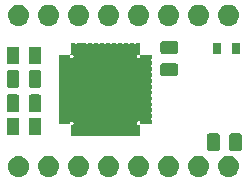
<source format=gbr>
G04 #@! TF.GenerationSoftware,KiCad,Pcbnew,(5.1.4-0-10_14)*
G04 #@! TF.CreationDate,2020-03-29T23:46:54+03:00*
G04 #@! TF.ProjectId,esp32-pico-d4-module,65737033-322d-4706-9963-6f2d64342d6d,rev?*
G04 #@! TF.SameCoordinates,Original*
G04 #@! TF.FileFunction,Soldermask,Top*
G04 #@! TF.FilePolarity,Negative*
%FSLAX46Y46*%
G04 Gerber Fmt 4.6, Leading zero omitted, Abs format (unit mm)*
G04 Created by KiCad (PCBNEW (5.1.4-0-10_14)) date 2020-03-29 23:46:54*
%MOMM*%
%LPD*%
G04 APERTURE LIST*
%ADD10C,0.100000*%
G04 APERTURE END LIST*
D10*
G36*
X109900443Y-113705519D02*
G01*
X109966627Y-113712037D01*
X110136466Y-113763557D01*
X110292991Y-113847222D01*
X110328729Y-113876552D01*
X110430186Y-113959814D01*
X110513448Y-114061271D01*
X110542778Y-114097009D01*
X110626443Y-114253534D01*
X110677963Y-114423373D01*
X110695359Y-114600000D01*
X110677963Y-114776627D01*
X110626443Y-114946466D01*
X110542778Y-115102991D01*
X110513448Y-115138729D01*
X110430186Y-115240186D01*
X110328729Y-115323448D01*
X110292991Y-115352778D01*
X110136466Y-115436443D01*
X109966627Y-115487963D01*
X109900443Y-115494481D01*
X109834260Y-115501000D01*
X109745740Y-115501000D01*
X109679557Y-115494481D01*
X109613373Y-115487963D01*
X109443534Y-115436443D01*
X109287009Y-115352778D01*
X109251271Y-115323448D01*
X109149814Y-115240186D01*
X109066552Y-115138729D01*
X109037222Y-115102991D01*
X108953557Y-114946466D01*
X108902037Y-114776627D01*
X108884641Y-114600000D01*
X108902037Y-114423373D01*
X108953557Y-114253534D01*
X109037222Y-114097009D01*
X109066552Y-114061271D01*
X109149814Y-113959814D01*
X109251271Y-113876552D01*
X109287009Y-113847222D01*
X109443534Y-113763557D01*
X109613373Y-113712037D01*
X109679557Y-113705519D01*
X109745740Y-113699000D01*
X109834260Y-113699000D01*
X109900443Y-113705519D01*
X109900443Y-113705519D01*
G37*
G36*
X125125025Y-113699000D02*
G01*
X125206627Y-113707037D01*
X125376466Y-113758557D01*
X125532991Y-113842222D01*
X125539082Y-113847221D01*
X125670186Y-113954814D01*
X125753448Y-114056271D01*
X125782778Y-114092009D01*
X125866443Y-114248534D01*
X125917963Y-114418373D01*
X125935359Y-114595000D01*
X125917963Y-114771627D01*
X125866443Y-114941466D01*
X125782778Y-115097991D01*
X125753448Y-115133729D01*
X125670186Y-115235186D01*
X125568729Y-115318448D01*
X125532991Y-115347778D01*
X125376466Y-115431443D01*
X125206627Y-115482963D01*
X125155860Y-115487963D01*
X125074260Y-115496000D01*
X124985740Y-115496000D01*
X124904140Y-115487963D01*
X124853373Y-115482963D01*
X124683534Y-115431443D01*
X124527009Y-115347778D01*
X124491271Y-115318448D01*
X124389814Y-115235186D01*
X124306552Y-115133729D01*
X124277222Y-115097991D01*
X124193557Y-114941466D01*
X124142037Y-114771627D01*
X124124641Y-114595000D01*
X124142037Y-114418373D01*
X124193557Y-114248534D01*
X124277222Y-114092009D01*
X124306552Y-114056271D01*
X124389814Y-113954814D01*
X124520918Y-113847221D01*
X124527009Y-113842222D01*
X124683534Y-113758557D01*
X124853373Y-113707037D01*
X124934975Y-113699000D01*
X124985740Y-113694000D01*
X125074260Y-113694000D01*
X125125025Y-113699000D01*
X125125025Y-113699000D01*
G37*
G36*
X122585025Y-113699000D02*
G01*
X122666627Y-113707037D01*
X122836466Y-113758557D01*
X122992991Y-113842222D01*
X122999082Y-113847221D01*
X123130186Y-113954814D01*
X123213448Y-114056271D01*
X123242778Y-114092009D01*
X123326443Y-114248534D01*
X123377963Y-114418373D01*
X123395359Y-114595000D01*
X123377963Y-114771627D01*
X123326443Y-114941466D01*
X123242778Y-115097991D01*
X123213448Y-115133729D01*
X123130186Y-115235186D01*
X123028729Y-115318448D01*
X122992991Y-115347778D01*
X122836466Y-115431443D01*
X122666627Y-115482963D01*
X122615860Y-115487963D01*
X122534260Y-115496000D01*
X122445740Y-115496000D01*
X122364140Y-115487963D01*
X122313373Y-115482963D01*
X122143534Y-115431443D01*
X121987009Y-115347778D01*
X121951271Y-115318448D01*
X121849814Y-115235186D01*
X121766552Y-115133729D01*
X121737222Y-115097991D01*
X121653557Y-114941466D01*
X121602037Y-114771627D01*
X121584641Y-114595000D01*
X121602037Y-114418373D01*
X121653557Y-114248534D01*
X121737222Y-114092009D01*
X121766552Y-114056271D01*
X121849814Y-113954814D01*
X121980918Y-113847221D01*
X121987009Y-113842222D01*
X122143534Y-113758557D01*
X122313373Y-113707037D01*
X122394975Y-113699000D01*
X122445740Y-113694000D01*
X122534260Y-113694000D01*
X122585025Y-113699000D01*
X122585025Y-113699000D01*
G37*
G36*
X120045025Y-113699000D02*
G01*
X120126627Y-113707037D01*
X120296466Y-113758557D01*
X120452991Y-113842222D01*
X120459082Y-113847221D01*
X120590186Y-113954814D01*
X120673448Y-114056271D01*
X120702778Y-114092009D01*
X120786443Y-114248534D01*
X120837963Y-114418373D01*
X120855359Y-114595000D01*
X120837963Y-114771627D01*
X120786443Y-114941466D01*
X120702778Y-115097991D01*
X120673448Y-115133729D01*
X120590186Y-115235186D01*
X120488729Y-115318448D01*
X120452991Y-115347778D01*
X120296466Y-115431443D01*
X120126627Y-115482963D01*
X120075860Y-115487963D01*
X119994260Y-115496000D01*
X119905740Y-115496000D01*
X119824140Y-115487963D01*
X119773373Y-115482963D01*
X119603534Y-115431443D01*
X119447009Y-115347778D01*
X119411271Y-115318448D01*
X119309814Y-115235186D01*
X119226552Y-115133729D01*
X119197222Y-115097991D01*
X119113557Y-114941466D01*
X119062037Y-114771627D01*
X119044641Y-114595000D01*
X119062037Y-114418373D01*
X119113557Y-114248534D01*
X119197222Y-114092009D01*
X119226552Y-114056271D01*
X119309814Y-113954814D01*
X119440918Y-113847221D01*
X119447009Y-113842222D01*
X119603534Y-113758557D01*
X119773373Y-113707037D01*
X119854975Y-113699000D01*
X119905740Y-113694000D01*
X119994260Y-113694000D01*
X120045025Y-113699000D01*
X120045025Y-113699000D01*
G37*
G36*
X117505025Y-113699000D02*
G01*
X117586627Y-113707037D01*
X117756466Y-113758557D01*
X117912991Y-113842222D01*
X117919082Y-113847221D01*
X118050186Y-113954814D01*
X118133448Y-114056271D01*
X118162778Y-114092009D01*
X118246443Y-114248534D01*
X118297963Y-114418373D01*
X118315359Y-114595000D01*
X118297963Y-114771627D01*
X118246443Y-114941466D01*
X118162778Y-115097991D01*
X118133448Y-115133729D01*
X118050186Y-115235186D01*
X117948729Y-115318448D01*
X117912991Y-115347778D01*
X117756466Y-115431443D01*
X117586627Y-115482963D01*
X117535860Y-115487963D01*
X117454260Y-115496000D01*
X117365740Y-115496000D01*
X117284140Y-115487963D01*
X117233373Y-115482963D01*
X117063534Y-115431443D01*
X116907009Y-115347778D01*
X116871271Y-115318448D01*
X116769814Y-115235186D01*
X116686552Y-115133729D01*
X116657222Y-115097991D01*
X116573557Y-114941466D01*
X116522037Y-114771627D01*
X116504641Y-114595000D01*
X116522037Y-114418373D01*
X116573557Y-114248534D01*
X116657222Y-114092009D01*
X116686552Y-114056271D01*
X116769814Y-113954814D01*
X116900918Y-113847221D01*
X116907009Y-113842222D01*
X117063534Y-113758557D01*
X117233373Y-113707037D01*
X117314975Y-113699000D01*
X117365740Y-113694000D01*
X117454260Y-113694000D01*
X117505025Y-113699000D01*
X117505025Y-113699000D01*
G37*
G36*
X114965025Y-113699000D02*
G01*
X115046627Y-113707037D01*
X115216466Y-113758557D01*
X115372991Y-113842222D01*
X115379082Y-113847221D01*
X115510186Y-113954814D01*
X115593448Y-114056271D01*
X115622778Y-114092009D01*
X115706443Y-114248534D01*
X115757963Y-114418373D01*
X115775359Y-114595000D01*
X115757963Y-114771627D01*
X115706443Y-114941466D01*
X115622778Y-115097991D01*
X115593448Y-115133729D01*
X115510186Y-115235186D01*
X115408729Y-115318448D01*
X115372991Y-115347778D01*
X115216466Y-115431443D01*
X115046627Y-115482963D01*
X114995860Y-115487963D01*
X114914260Y-115496000D01*
X114825740Y-115496000D01*
X114744140Y-115487963D01*
X114693373Y-115482963D01*
X114523534Y-115431443D01*
X114367009Y-115347778D01*
X114331271Y-115318448D01*
X114229814Y-115235186D01*
X114146552Y-115133729D01*
X114117222Y-115097991D01*
X114033557Y-114941466D01*
X113982037Y-114771627D01*
X113964641Y-114595000D01*
X113982037Y-114418373D01*
X114033557Y-114248534D01*
X114117222Y-114092009D01*
X114146552Y-114056271D01*
X114229814Y-113954814D01*
X114360918Y-113847221D01*
X114367009Y-113842222D01*
X114523534Y-113758557D01*
X114693373Y-113707037D01*
X114774975Y-113699000D01*
X114825740Y-113694000D01*
X114914260Y-113694000D01*
X114965025Y-113699000D01*
X114965025Y-113699000D01*
G37*
G36*
X112425025Y-113699000D02*
G01*
X112506627Y-113707037D01*
X112676466Y-113758557D01*
X112832991Y-113842222D01*
X112839082Y-113847221D01*
X112970186Y-113954814D01*
X113053448Y-114056271D01*
X113082778Y-114092009D01*
X113166443Y-114248534D01*
X113217963Y-114418373D01*
X113235359Y-114595000D01*
X113217963Y-114771627D01*
X113166443Y-114941466D01*
X113082778Y-115097991D01*
X113053448Y-115133729D01*
X112970186Y-115235186D01*
X112868729Y-115318448D01*
X112832991Y-115347778D01*
X112676466Y-115431443D01*
X112506627Y-115482963D01*
X112455860Y-115487963D01*
X112374260Y-115496000D01*
X112285740Y-115496000D01*
X112204140Y-115487963D01*
X112153373Y-115482963D01*
X111983534Y-115431443D01*
X111827009Y-115347778D01*
X111791271Y-115318448D01*
X111689814Y-115235186D01*
X111606552Y-115133729D01*
X111577222Y-115097991D01*
X111493557Y-114941466D01*
X111442037Y-114771627D01*
X111424641Y-114595000D01*
X111442037Y-114418373D01*
X111493557Y-114248534D01*
X111577222Y-114092009D01*
X111606552Y-114056271D01*
X111689814Y-113954814D01*
X111820918Y-113847221D01*
X111827009Y-113842222D01*
X111983534Y-113758557D01*
X112153373Y-113707037D01*
X112234975Y-113699000D01*
X112285740Y-113694000D01*
X112374260Y-113694000D01*
X112425025Y-113699000D01*
X112425025Y-113699000D01*
G37*
G36*
X127665025Y-113699000D02*
G01*
X127746627Y-113707037D01*
X127916466Y-113758557D01*
X128072991Y-113842222D01*
X128079082Y-113847221D01*
X128210186Y-113954814D01*
X128293448Y-114056271D01*
X128322778Y-114092009D01*
X128406443Y-114248534D01*
X128457963Y-114418373D01*
X128475359Y-114595000D01*
X128457963Y-114771627D01*
X128406443Y-114941466D01*
X128322778Y-115097991D01*
X128293448Y-115133729D01*
X128210186Y-115235186D01*
X128108729Y-115318448D01*
X128072991Y-115347778D01*
X127916466Y-115431443D01*
X127746627Y-115482963D01*
X127695860Y-115487963D01*
X127614260Y-115496000D01*
X127525740Y-115496000D01*
X127444140Y-115487963D01*
X127393373Y-115482963D01*
X127223534Y-115431443D01*
X127067009Y-115347778D01*
X127031271Y-115318448D01*
X126929814Y-115235186D01*
X126846552Y-115133729D01*
X126817222Y-115097991D01*
X126733557Y-114941466D01*
X126682037Y-114771627D01*
X126664641Y-114595000D01*
X126682037Y-114418373D01*
X126733557Y-114248534D01*
X126817222Y-114092009D01*
X126846552Y-114056271D01*
X126929814Y-113954814D01*
X127060918Y-113847221D01*
X127067009Y-113842222D01*
X127223534Y-113758557D01*
X127393373Y-113707037D01*
X127474975Y-113699000D01*
X127525740Y-113694000D01*
X127614260Y-113694000D01*
X127665025Y-113699000D01*
X127665025Y-113699000D01*
G37*
G36*
X128534468Y-111803565D02*
G01*
X128573138Y-111815296D01*
X128608777Y-111834346D01*
X128640017Y-111859983D01*
X128665654Y-111891223D01*
X128684704Y-111926862D01*
X128696435Y-111965532D01*
X128701000Y-112011888D01*
X128701000Y-113088112D01*
X128696435Y-113134468D01*
X128684704Y-113173138D01*
X128665654Y-113208777D01*
X128640017Y-113240017D01*
X128608777Y-113265654D01*
X128573138Y-113284704D01*
X128534468Y-113296435D01*
X128488112Y-113301000D01*
X127836888Y-113301000D01*
X127790532Y-113296435D01*
X127751862Y-113284704D01*
X127716223Y-113265654D01*
X127684983Y-113240017D01*
X127659346Y-113208777D01*
X127640296Y-113173138D01*
X127628565Y-113134468D01*
X127624000Y-113088112D01*
X127624000Y-112011888D01*
X127628565Y-111965532D01*
X127640296Y-111926862D01*
X127659346Y-111891223D01*
X127684983Y-111859983D01*
X127716223Y-111834346D01*
X127751862Y-111815296D01*
X127790532Y-111803565D01*
X127836888Y-111799000D01*
X128488112Y-111799000D01*
X128534468Y-111803565D01*
X128534468Y-111803565D01*
G37*
G36*
X126659468Y-111803565D02*
G01*
X126698138Y-111815296D01*
X126733777Y-111834346D01*
X126765017Y-111859983D01*
X126790654Y-111891223D01*
X126809704Y-111926862D01*
X126821435Y-111965532D01*
X126826000Y-112011888D01*
X126826000Y-113088112D01*
X126821435Y-113134468D01*
X126809704Y-113173138D01*
X126790654Y-113208777D01*
X126765017Y-113240017D01*
X126733777Y-113265654D01*
X126698138Y-113284704D01*
X126659468Y-113296435D01*
X126613112Y-113301000D01*
X125961888Y-113301000D01*
X125915532Y-113296435D01*
X125876862Y-113284704D01*
X125841223Y-113265654D01*
X125809983Y-113240017D01*
X125784346Y-113208777D01*
X125765296Y-113173138D01*
X125753565Y-113134468D01*
X125749000Y-113088112D01*
X125749000Y-112011888D01*
X125753565Y-111965532D01*
X125765296Y-111926862D01*
X125784346Y-111891223D01*
X125809983Y-111859983D01*
X125841223Y-111834346D01*
X125876862Y-111815296D01*
X125915532Y-111803565D01*
X125961888Y-111799000D01*
X126613112Y-111799000D01*
X126659468Y-111803565D01*
X126659468Y-111803565D01*
G37*
G36*
X114530355Y-104175083D02*
G01*
X114535029Y-104176501D01*
X114539330Y-104178800D01*
X114545702Y-104184029D01*
X114566076Y-104197643D01*
X114588715Y-104207020D01*
X114612749Y-104211800D01*
X114637253Y-104211800D01*
X114661286Y-104207019D01*
X114683925Y-104197642D01*
X114704298Y-104184029D01*
X114710670Y-104178800D01*
X114714971Y-104176501D01*
X114719645Y-104175083D01*
X114730641Y-104174000D01*
X115019359Y-104174000D01*
X115030355Y-104175083D01*
X115035029Y-104176501D01*
X115039330Y-104178800D01*
X115045702Y-104184029D01*
X115066076Y-104197643D01*
X115088715Y-104207020D01*
X115112749Y-104211800D01*
X115137253Y-104211800D01*
X115161286Y-104207019D01*
X115183925Y-104197642D01*
X115204298Y-104184029D01*
X115210670Y-104178800D01*
X115214971Y-104176501D01*
X115219645Y-104175083D01*
X115230641Y-104174000D01*
X115519359Y-104174000D01*
X115530355Y-104175083D01*
X115535029Y-104176501D01*
X115539330Y-104178800D01*
X115545702Y-104184029D01*
X115566076Y-104197643D01*
X115588715Y-104207020D01*
X115612749Y-104211800D01*
X115637253Y-104211800D01*
X115661286Y-104207019D01*
X115683925Y-104197642D01*
X115704298Y-104184029D01*
X115710670Y-104178800D01*
X115714971Y-104176501D01*
X115719645Y-104175083D01*
X115730641Y-104174000D01*
X116019359Y-104174000D01*
X116030355Y-104175083D01*
X116035029Y-104176501D01*
X116039330Y-104178800D01*
X116045702Y-104184029D01*
X116066076Y-104197643D01*
X116088715Y-104207020D01*
X116112749Y-104211800D01*
X116137253Y-104211800D01*
X116161286Y-104207019D01*
X116183925Y-104197642D01*
X116204298Y-104184029D01*
X116210670Y-104178800D01*
X116214971Y-104176501D01*
X116219645Y-104175083D01*
X116230641Y-104174000D01*
X116519359Y-104174000D01*
X116530355Y-104175083D01*
X116535029Y-104176501D01*
X116539330Y-104178800D01*
X116545702Y-104184029D01*
X116566076Y-104197643D01*
X116588715Y-104207020D01*
X116612749Y-104211800D01*
X116637253Y-104211800D01*
X116661286Y-104207019D01*
X116683925Y-104197642D01*
X116704298Y-104184029D01*
X116710670Y-104178800D01*
X116714971Y-104176501D01*
X116719645Y-104175083D01*
X116730641Y-104174000D01*
X117019359Y-104174000D01*
X117030355Y-104175083D01*
X117035029Y-104176501D01*
X117039330Y-104178800D01*
X117045702Y-104184029D01*
X117066076Y-104197643D01*
X117088715Y-104207020D01*
X117112749Y-104211800D01*
X117137253Y-104211800D01*
X117161286Y-104207019D01*
X117183925Y-104197642D01*
X117204298Y-104184029D01*
X117210670Y-104178800D01*
X117214971Y-104176501D01*
X117219645Y-104175083D01*
X117230641Y-104174000D01*
X117519359Y-104174000D01*
X117530355Y-104175083D01*
X117535029Y-104176501D01*
X117539330Y-104178800D01*
X117545702Y-104184029D01*
X117566076Y-104197643D01*
X117588715Y-104207020D01*
X117612749Y-104211800D01*
X117637253Y-104211800D01*
X117661286Y-104207019D01*
X117683925Y-104197642D01*
X117704298Y-104184029D01*
X117710670Y-104178800D01*
X117714971Y-104176501D01*
X117719645Y-104175083D01*
X117730641Y-104174000D01*
X118019359Y-104174000D01*
X118030355Y-104175083D01*
X118035029Y-104176501D01*
X118039330Y-104178800D01*
X118045702Y-104184029D01*
X118066076Y-104197643D01*
X118088715Y-104207020D01*
X118112749Y-104211800D01*
X118137253Y-104211800D01*
X118161286Y-104207019D01*
X118183925Y-104197642D01*
X118204298Y-104184029D01*
X118210670Y-104178800D01*
X118214971Y-104176501D01*
X118219645Y-104175083D01*
X118230641Y-104174000D01*
X118519359Y-104174000D01*
X118530355Y-104175083D01*
X118535029Y-104176501D01*
X118539330Y-104178800D01*
X118545702Y-104184029D01*
X118566076Y-104197643D01*
X118588715Y-104207020D01*
X118612749Y-104211800D01*
X118637253Y-104211800D01*
X118661286Y-104207019D01*
X118683925Y-104197642D01*
X118704298Y-104184029D01*
X118710670Y-104178800D01*
X118714971Y-104176501D01*
X118719645Y-104175083D01*
X118730641Y-104174000D01*
X119019359Y-104174000D01*
X119030355Y-104175083D01*
X119035029Y-104176501D01*
X119039330Y-104178800D01*
X119045702Y-104184029D01*
X119066076Y-104197643D01*
X119088715Y-104207020D01*
X119112749Y-104211800D01*
X119137253Y-104211800D01*
X119161286Y-104207019D01*
X119183925Y-104197642D01*
X119204298Y-104184029D01*
X119210670Y-104178800D01*
X119214971Y-104176501D01*
X119219645Y-104175083D01*
X119230641Y-104174000D01*
X119519359Y-104174000D01*
X119530355Y-104175083D01*
X119535029Y-104176501D01*
X119539330Y-104178800D01*
X119545702Y-104184029D01*
X119566076Y-104197643D01*
X119588715Y-104207020D01*
X119612749Y-104211800D01*
X119637253Y-104211800D01*
X119661286Y-104207019D01*
X119683925Y-104197642D01*
X119704298Y-104184029D01*
X119710670Y-104178800D01*
X119714971Y-104176501D01*
X119719645Y-104175083D01*
X119730641Y-104174000D01*
X120019359Y-104174000D01*
X120030355Y-104175083D01*
X120035029Y-104176501D01*
X120039331Y-104178800D01*
X120043104Y-104181896D01*
X120046200Y-104185669D01*
X120048499Y-104189971D01*
X120049917Y-104194645D01*
X120051000Y-104205641D01*
X120051000Y-105049001D01*
X120053402Y-105073387D01*
X120060515Y-105096836D01*
X120072066Y-105118447D01*
X120087611Y-105137389D01*
X120106553Y-105152934D01*
X120128164Y-105164485D01*
X120151613Y-105171598D01*
X120175999Y-105174000D01*
X121019359Y-105174000D01*
X121030355Y-105175083D01*
X121035029Y-105176501D01*
X121039331Y-105178800D01*
X121043104Y-105181896D01*
X121046200Y-105185669D01*
X121048499Y-105189971D01*
X121049917Y-105194645D01*
X121051000Y-105205641D01*
X121051000Y-105494359D01*
X121049917Y-105505355D01*
X121048499Y-105510029D01*
X121046200Y-105514330D01*
X121040971Y-105520702D01*
X121027357Y-105541076D01*
X121017980Y-105563715D01*
X121013200Y-105587749D01*
X121013200Y-105612253D01*
X121017981Y-105636286D01*
X121027358Y-105658925D01*
X121040971Y-105679298D01*
X121046200Y-105685670D01*
X121048499Y-105689971D01*
X121049917Y-105694645D01*
X121051000Y-105705641D01*
X121051000Y-105994359D01*
X121049917Y-106005355D01*
X121048499Y-106010029D01*
X121046200Y-106014330D01*
X121040971Y-106020702D01*
X121027357Y-106041076D01*
X121017980Y-106063715D01*
X121013200Y-106087749D01*
X121013200Y-106112253D01*
X121017981Y-106136286D01*
X121027358Y-106158925D01*
X121040971Y-106179298D01*
X121046200Y-106185670D01*
X121048499Y-106189971D01*
X121049917Y-106194645D01*
X121051000Y-106205641D01*
X121051000Y-106494359D01*
X121049917Y-106505355D01*
X121048499Y-106510029D01*
X121046200Y-106514330D01*
X121040971Y-106520702D01*
X121027357Y-106541076D01*
X121017980Y-106563715D01*
X121013200Y-106587749D01*
X121013200Y-106612253D01*
X121017981Y-106636286D01*
X121027358Y-106658925D01*
X121040971Y-106679298D01*
X121046200Y-106685670D01*
X121048499Y-106689971D01*
X121049917Y-106694645D01*
X121051000Y-106705641D01*
X121051000Y-106994359D01*
X121049917Y-107005355D01*
X121048499Y-107010029D01*
X121046200Y-107014330D01*
X121040971Y-107020702D01*
X121027357Y-107041076D01*
X121017980Y-107063715D01*
X121013200Y-107087749D01*
X121013200Y-107112253D01*
X121017981Y-107136286D01*
X121027358Y-107158925D01*
X121040971Y-107179298D01*
X121046200Y-107185670D01*
X121048499Y-107189971D01*
X121049917Y-107194645D01*
X121051000Y-107205641D01*
X121051000Y-107494359D01*
X121049917Y-107505355D01*
X121048499Y-107510029D01*
X121046200Y-107514330D01*
X121040971Y-107520702D01*
X121027357Y-107541076D01*
X121017980Y-107563715D01*
X121013200Y-107587749D01*
X121013200Y-107612253D01*
X121017981Y-107636286D01*
X121027358Y-107658925D01*
X121040971Y-107679298D01*
X121046200Y-107685670D01*
X121048499Y-107689971D01*
X121049917Y-107694645D01*
X121051000Y-107705641D01*
X121051000Y-107994359D01*
X121049917Y-108005355D01*
X121048499Y-108010029D01*
X121046200Y-108014330D01*
X121040971Y-108020702D01*
X121027357Y-108041076D01*
X121017980Y-108063715D01*
X121013200Y-108087749D01*
X121013200Y-108112253D01*
X121017981Y-108136286D01*
X121027358Y-108158925D01*
X121040971Y-108179298D01*
X121046200Y-108185670D01*
X121048499Y-108189971D01*
X121049917Y-108194645D01*
X121051000Y-108205641D01*
X121051000Y-108494359D01*
X121049917Y-108505355D01*
X121048499Y-108510029D01*
X121046200Y-108514330D01*
X121040971Y-108520702D01*
X121027357Y-108541076D01*
X121017980Y-108563715D01*
X121013200Y-108587749D01*
X121013200Y-108612253D01*
X121017981Y-108636286D01*
X121027358Y-108658925D01*
X121040971Y-108679298D01*
X121046200Y-108685670D01*
X121048499Y-108689971D01*
X121049917Y-108694645D01*
X121051000Y-108705641D01*
X121051000Y-108994359D01*
X121049917Y-109005355D01*
X121048499Y-109010029D01*
X121046200Y-109014330D01*
X121040971Y-109020702D01*
X121027357Y-109041076D01*
X121017980Y-109063715D01*
X121013200Y-109087749D01*
X121013200Y-109112253D01*
X121017981Y-109136286D01*
X121027358Y-109158925D01*
X121040971Y-109179298D01*
X121046200Y-109185670D01*
X121048499Y-109189971D01*
X121049917Y-109194645D01*
X121051000Y-109205641D01*
X121051000Y-109494359D01*
X121049917Y-109505355D01*
X121048499Y-109510029D01*
X121046200Y-109514330D01*
X121040971Y-109520702D01*
X121027357Y-109541076D01*
X121017980Y-109563715D01*
X121013200Y-109587749D01*
X121013200Y-109612253D01*
X121017981Y-109636286D01*
X121027358Y-109658925D01*
X121040971Y-109679298D01*
X121046200Y-109685670D01*
X121048499Y-109689971D01*
X121049917Y-109694645D01*
X121051000Y-109705641D01*
X121051000Y-109994359D01*
X121049917Y-110005355D01*
X121048499Y-110010029D01*
X121046200Y-110014330D01*
X121040971Y-110020702D01*
X121027357Y-110041076D01*
X121017980Y-110063715D01*
X121013200Y-110087749D01*
X121013200Y-110112253D01*
X121017981Y-110136286D01*
X121027358Y-110158925D01*
X121040971Y-110179298D01*
X121046200Y-110185670D01*
X121048499Y-110189971D01*
X121049917Y-110194645D01*
X121051000Y-110205641D01*
X121051000Y-110494359D01*
X121049917Y-110505355D01*
X121048499Y-110510029D01*
X121046200Y-110514330D01*
X121040971Y-110520702D01*
X121027357Y-110541076D01*
X121017980Y-110563715D01*
X121013200Y-110587749D01*
X121013200Y-110612253D01*
X121017981Y-110636286D01*
X121027358Y-110658925D01*
X121040971Y-110679298D01*
X121046200Y-110685670D01*
X121048499Y-110689971D01*
X121049917Y-110694645D01*
X121051000Y-110705641D01*
X121051000Y-110994359D01*
X121049917Y-111005355D01*
X121048499Y-111010029D01*
X121046200Y-111014331D01*
X121043104Y-111018104D01*
X121039331Y-111021200D01*
X121035029Y-111023499D01*
X121030355Y-111024917D01*
X121019359Y-111026000D01*
X120175999Y-111026000D01*
X120151613Y-111028402D01*
X120128164Y-111035515D01*
X120106553Y-111047066D01*
X120087611Y-111062611D01*
X120072066Y-111081553D01*
X120060515Y-111103164D01*
X120053402Y-111126613D01*
X120051000Y-111150999D01*
X120051000Y-111994359D01*
X120049917Y-112005355D01*
X120048499Y-112010029D01*
X120046200Y-112014331D01*
X120043104Y-112018104D01*
X120039331Y-112021200D01*
X120035029Y-112023499D01*
X120030355Y-112024917D01*
X120019359Y-112026000D01*
X119730641Y-112026000D01*
X119719645Y-112024917D01*
X119714971Y-112023499D01*
X119710670Y-112021200D01*
X119704298Y-112015971D01*
X119683924Y-112002357D01*
X119661285Y-111992980D01*
X119637251Y-111988200D01*
X119612747Y-111988200D01*
X119588714Y-111992981D01*
X119566075Y-112002358D01*
X119545702Y-112015971D01*
X119539330Y-112021200D01*
X119535029Y-112023499D01*
X119530355Y-112024917D01*
X119519359Y-112026000D01*
X119230641Y-112026000D01*
X119219645Y-112024917D01*
X119214971Y-112023499D01*
X119210670Y-112021200D01*
X119204298Y-112015971D01*
X119183924Y-112002357D01*
X119161285Y-111992980D01*
X119137251Y-111988200D01*
X119112747Y-111988200D01*
X119088714Y-111992981D01*
X119066075Y-112002358D01*
X119045702Y-112015971D01*
X119039330Y-112021200D01*
X119035029Y-112023499D01*
X119030355Y-112024917D01*
X119019359Y-112026000D01*
X118730641Y-112026000D01*
X118719645Y-112024917D01*
X118714971Y-112023499D01*
X118710670Y-112021200D01*
X118704298Y-112015971D01*
X118683924Y-112002357D01*
X118661285Y-111992980D01*
X118637251Y-111988200D01*
X118612747Y-111988200D01*
X118588714Y-111992981D01*
X118566075Y-112002358D01*
X118545702Y-112015971D01*
X118539330Y-112021200D01*
X118535029Y-112023499D01*
X118530355Y-112024917D01*
X118519359Y-112026000D01*
X118230641Y-112026000D01*
X118219645Y-112024917D01*
X118214971Y-112023499D01*
X118210670Y-112021200D01*
X118204298Y-112015971D01*
X118183924Y-112002357D01*
X118161285Y-111992980D01*
X118137251Y-111988200D01*
X118112747Y-111988200D01*
X118088714Y-111992981D01*
X118066075Y-112002358D01*
X118045702Y-112015971D01*
X118039330Y-112021200D01*
X118035029Y-112023499D01*
X118030355Y-112024917D01*
X118019359Y-112026000D01*
X117730641Y-112026000D01*
X117719645Y-112024917D01*
X117714971Y-112023499D01*
X117710670Y-112021200D01*
X117704298Y-112015971D01*
X117683924Y-112002357D01*
X117661285Y-111992980D01*
X117637251Y-111988200D01*
X117612747Y-111988200D01*
X117588714Y-111992981D01*
X117566075Y-112002358D01*
X117545702Y-112015971D01*
X117539330Y-112021200D01*
X117535029Y-112023499D01*
X117530355Y-112024917D01*
X117519359Y-112026000D01*
X117230641Y-112026000D01*
X117219645Y-112024917D01*
X117214971Y-112023499D01*
X117210670Y-112021200D01*
X117204298Y-112015971D01*
X117183924Y-112002357D01*
X117161285Y-111992980D01*
X117137251Y-111988200D01*
X117112747Y-111988200D01*
X117088714Y-111992981D01*
X117066075Y-112002358D01*
X117045702Y-112015971D01*
X117039330Y-112021200D01*
X117035029Y-112023499D01*
X117030355Y-112024917D01*
X117019359Y-112026000D01*
X116730641Y-112026000D01*
X116719645Y-112024917D01*
X116714971Y-112023499D01*
X116710670Y-112021200D01*
X116704298Y-112015971D01*
X116683924Y-112002357D01*
X116661285Y-111992980D01*
X116637251Y-111988200D01*
X116612747Y-111988200D01*
X116588714Y-111992981D01*
X116566075Y-112002358D01*
X116545702Y-112015971D01*
X116539330Y-112021200D01*
X116535029Y-112023499D01*
X116530355Y-112024917D01*
X116519359Y-112026000D01*
X116230641Y-112026000D01*
X116219645Y-112024917D01*
X116214971Y-112023499D01*
X116210670Y-112021200D01*
X116204298Y-112015971D01*
X116183924Y-112002357D01*
X116161285Y-111992980D01*
X116137251Y-111988200D01*
X116112747Y-111988200D01*
X116088714Y-111992981D01*
X116066075Y-112002358D01*
X116045702Y-112015971D01*
X116039330Y-112021200D01*
X116035029Y-112023499D01*
X116030355Y-112024917D01*
X116019359Y-112026000D01*
X115730641Y-112026000D01*
X115719645Y-112024917D01*
X115714971Y-112023499D01*
X115710670Y-112021200D01*
X115704298Y-112015971D01*
X115683924Y-112002357D01*
X115661285Y-111992980D01*
X115637251Y-111988200D01*
X115612747Y-111988200D01*
X115588714Y-111992981D01*
X115566075Y-112002358D01*
X115545702Y-112015971D01*
X115539330Y-112021200D01*
X115535029Y-112023499D01*
X115530355Y-112024917D01*
X115519359Y-112026000D01*
X115230641Y-112026000D01*
X115219645Y-112024917D01*
X115214971Y-112023499D01*
X115210670Y-112021200D01*
X115204298Y-112015971D01*
X115183924Y-112002357D01*
X115161285Y-111992980D01*
X115137251Y-111988200D01*
X115112747Y-111988200D01*
X115088714Y-111992981D01*
X115066075Y-112002358D01*
X115045702Y-112015971D01*
X115039330Y-112021200D01*
X115035029Y-112023499D01*
X115030355Y-112024917D01*
X115019359Y-112026000D01*
X114730641Y-112026000D01*
X114719645Y-112024917D01*
X114714971Y-112023499D01*
X114710670Y-112021200D01*
X114704298Y-112015971D01*
X114683924Y-112002357D01*
X114661285Y-111992980D01*
X114637251Y-111988200D01*
X114612747Y-111988200D01*
X114588714Y-111992981D01*
X114566075Y-112002358D01*
X114545702Y-112015971D01*
X114539330Y-112021200D01*
X114535029Y-112023499D01*
X114530355Y-112024917D01*
X114519359Y-112026000D01*
X114230641Y-112026000D01*
X114219645Y-112024917D01*
X114214971Y-112023499D01*
X114210669Y-112021200D01*
X114206896Y-112018104D01*
X114203800Y-112014331D01*
X114201501Y-112010029D01*
X114200083Y-112005355D01*
X114199000Y-111994359D01*
X114199000Y-111150999D01*
X114196598Y-111126613D01*
X114189485Y-111103164D01*
X114177934Y-111081553D01*
X114162389Y-111062611D01*
X114143447Y-111047066D01*
X114121836Y-111035515D01*
X114098387Y-111028402D01*
X114074001Y-111026000D01*
X113230641Y-111026000D01*
X113219645Y-111024917D01*
X113214971Y-111023499D01*
X113210669Y-111021200D01*
X113206896Y-111018104D01*
X113203800Y-111014331D01*
X113201501Y-111010029D01*
X113200083Y-111005355D01*
X113199000Y-110994359D01*
X113199000Y-110891419D01*
X114151000Y-110891419D01*
X114151000Y-110949001D01*
X114153402Y-110973387D01*
X114160515Y-110996836D01*
X114172066Y-111018447D01*
X114187611Y-111037389D01*
X114206553Y-111052934D01*
X114228164Y-111064485D01*
X114251613Y-111071598D01*
X114275999Y-111074000D01*
X114333581Y-111074000D01*
X114357967Y-111071598D01*
X114381416Y-111064485D01*
X114403027Y-111052934D01*
X114421969Y-111037389D01*
X114437514Y-111018447D01*
X114449065Y-110996836D01*
X114456178Y-110973387D01*
X114458580Y-110949001D01*
X114457374Y-110936748D01*
X119792022Y-110936748D01*
X119792022Y-110961252D01*
X119796802Y-110985285D01*
X119806179Y-111007924D01*
X119819793Y-111028298D01*
X119837119Y-111045626D01*
X119857494Y-111059240D01*
X119880132Y-111068617D01*
X119904166Y-111073398D01*
X119916419Y-111074000D01*
X119974001Y-111074000D01*
X119998387Y-111071598D01*
X120021836Y-111064485D01*
X120043447Y-111052934D01*
X120062389Y-111037389D01*
X120077934Y-111018447D01*
X120089485Y-110996836D01*
X120096598Y-110973387D01*
X120099000Y-110949001D01*
X120099000Y-110891419D01*
X120096598Y-110867033D01*
X120089485Y-110843584D01*
X120077934Y-110821973D01*
X120062389Y-110803031D01*
X120043447Y-110787486D01*
X120021836Y-110775935D01*
X119998387Y-110768822D01*
X119974001Y-110766420D01*
X119949615Y-110768822D01*
X119926166Y-110775935D01*
X119904555Y-110787486D01*
X119885613Y-110803031D01*
X119877375Y-110812122D01*
X119859231Y-110834231D01*
X119837122Y-110852375D01*
X119819794Y-110869701D01*
X119806180Y-110890076D01*
X119796803Y-110912714D01*
X119792022Y-110936748D01*
X114457374Y-110936748D01*
X114456178Y-110924615D01*
X114449065Y-110901166D01*
X114437514Y-110879555D01*
X114421969Y-110860613D01*
X114412878Y-110852375D01*
X114390769Y-110834231D01*
X114372625Y-110812122D01*
X114355299Y-110794794D01*
X114334924Y-110781180D01*
X114312286Y-110771803D01*
X114288252Y-110767022D01*
X114263748Y-110767022D01*
X114239715Y-110771802D01*
X114217076Y-110781179D01*
X114196702Y-110794793D01*
X114179374Y-110812119D01*
X114165760Y-110832494D01*
X114156383Y-110855132D01*
X114151602Y-110879166D01*
X114151000Y-110891419D01*
X113199000Y-110891419D01*
X113199000Y-110705641D01*
X113200083Y-110694645D01*
X113201501Y-110689971D01*
X113203800Y-110685670D01*
X113209029Y-110679298D01*
X113222643Y-110658924D01*
X113232020Y-110636285D01*
X113236800Y-110612251D01*
X113236800Y-110587747D01*
X113232019Y-110563714D01*
X113222642Y-110541075D01*
X113209029Y-110520702D01*
X113203800Y-110514330D01*
X113201501Y-110510029D01*
X113200083Y-110505355D01*
X113199000Y-110494359D01*
X113199000Y-110205641D01*
X113200083Y-110194645D01*
X113201501Y-110189971D01*
X113203800Y-110185670D01*
X113209029Y-110179298D01*
X113222643Y-110158924D01*
X113232020Y-110136285D01*
X113236800Y-110112251D01*
X113236800Y-110087747D01*
X113232019Y-110063714D01*
X113222642Y-110041075D01*
X113209029Y-110020702D01*
X113203800Y-110014330D01*
X113201501Y-110010029D01*
X113200083Y-110005355D01*
X113199000Y-109994359D01*
X113199000Y-109705641D01*
X113200083Y-109694645D01*
X113201501Y-109689971D01*
X113203800Y-109685670D01*
X113209029Y-109679298D01*
X113222643Y-109658924D01*
X113232020Y-109636285D01*
X113236800Y-109612251D01*
X113236800Y-109587747D01*
X113232019Y-109563714D01*
X113222642Y-109541075D01*
X113209029Y-109520702D01*
X113203800Y-109514330D01*
X113201501Y-109510029D01*
X113200083Y-109505355D01*
X113199000Y-109494359D01*
X113199000Y-109205641D01*
X113200083Y-109194645D01*
X113201501Y-109189971D01*
X113203800Y-109185670D01*
X113209029Y-109179298D01*
X113222643Y-109158924D01*
X113232020Y-109136285D01*
X113236800Y-109112251D01*
X113236800Y-109087747D01*
X113232019Y-109063714D01*
X113222642Y-109041075D01*
X113209029Y-109020702D01*
X113203800Y-109014330D01*
X113201501Y-109010029D01*
X113200083Y-109005355D01*
X113199000Y-108994359D01*
X113199000Y-108705641D01*
X113200083Y-108694645D01*
X113201501Y-108689971D01*
X113203800Y-108685670D01*
X113209029Y-108679298D01*
X113222643Y-108658924D01*
X113232020Y-108636285D01*
X113236800Y-108612251D01*
X113236800Y-108587747D01*
X113232019Y-108563714D01*
X113222642Y-108541075D01*
X113209029Y-108520702D01*
X113203800Y-108514330D01*
X113201501Y-108510029D01*
X113200083Y-108505355D01*
X113199000Y-108494359D01*
X113199000Y-108205641D01*
X113200083Y-108194645D01*
X113201501Y-108189971D01*
X113203800Y-108185670D01*
X113209029Y-108179298D01*
X113222643Y-108158924D01*
X113232020Y-108136285D01*
X113236800Y-108112251D01*
X113236800Y-108087747D01*
X113232019Y-108063714D01*
X113222642Y-108041075D01*
X113209029Y-108020702D01*
X113203800Y-108014330D01*
X113201501Y-108010029D01*
X113200083Y-108005355D01*
X113199000Y-107994359D01*
X113199000Y-107705641D01*
X113200083Y-107694645D01*
X113201501Y-107689971D01*
X113203800Y-107685670D01*
X113209029Y-107679298D01*
X113222643Y-107658924D01*
X113232020Y-107636285D01*
X113236800Y-107612251D01*
X113236800Y-107587747D01*
X113232019Y-107563714D01*
X113222642Y-107541075D01*
X113209029Y-107520702D01*
X113203800Y-107514330D01*
X113201501Y-107510029D01*
X113200083Y-107505355D01*
X113199000Y-107494359D01*
X113199000Y-107205641D01*
X113200083Y-107194645D01*
X113201501Y-107189971D01*
X113203800Y-107185670D01*
X113209029Y-107179298D01*
X113222643Y-107158924D01*
X113232020Y-107136285D01*
X113236800Y-107112251D01*
X113236800Y-107087747D01*
X113232019Y-107063714D01*
X113222642Y-107041075D01*
X113209029Y-107020702D01*
X113203800Y-107014330D01*
X113201501Y-107010029D01*
X113200083Y-107005355D01*
X113199000Y-106994359D01*
X113199000Y-106705641D01*
X113200083Y-106694645D01*
X113201501Y-106689971D01*
X113203800Y-106685670D01*
X113209029Y-106679298D01*
X113222643Y-106658924D01*
X113232020Y-106636285D01*
X113236800Y-106612251D01*
X113236800Y-106587747D01*
X113232019Y-106563714D01*
X113222642Y-106541075D01*
X113209029Y-106520702D01*
X113203800Y-106514330D01*
X113201501Y-106510029D01*
X113200083Y-106505355D01*
X113199000Y-106494359D01*
X113199000Y-106205641D01*
X113200083Y-106194645D01*
X113201501Y-106189971D01*
X113203800Y-106185670D01*
X113209029Y-106179298D01*
X113222643Y-106158924D01*
X113232020Y-106136285D01*
X113236800Y-106112251D01*
X113236800Y-106087747D01*
X113232019Y-106063714D01*
X113222642Y-106041075D01*
X113209029Y-106020702D01*
X113203800Y-106014330D01*
X113201501Y-106010029D01*
X113200083Y-106005355D01*
X113199000Y-105994359D01*
X113199000Y-105705641D01*
X113200083Y-105694645D01*
X113201501Y-105689971D01*
X113203800Y-105685670D01*
X113209029Y-105679298D01*
X113222643Y-105658924D01*
X113232020Y-105636285D01*
X113236800Y-105612251D01*
X113236800Y-105587747D01*
X113232019Y-105563714D01*
X113222642Y-105541075D01*
X113209029Y-105520702D01*
X113203800Y-105514330D01*
X113201501Y-105510029D01*
X113200083Y-105505355D01*
X113199000Y-105494359D01*
X113199000Y-105250999D01*
X114151000Y-105250999D01*
X114151000Y-105308581D01*
X114153402Y-105332967D01*
X114160515Y-105356416D01*
X114172066Y-105378027D01*
X114187611Y-105396969D01*
X114206553Y-105412514D01*
X114228164Y-105424065D01*
X114251613Y-105431178D01*
X114275999Y-105433580D01*
X114300385Y-105431178D01*
X114323834Y-105424065D01*
X114345445Y-105412514D01*
X114364387Y-105396969D01*
X114372625Y-105387878D01*
X114390769Y-105365769D01*
X114412878Y-105347625D01*
X114430206Y-105330299D01*
X114443820Y-105309924D01*
X114453197Y-105287286D01*
X114457978Y-105263252D01*
X114457978Y-105250999D01*
X119791420Y-105250999D01*
X119793822Y-105275385D01*
X119800935Y-105298834D01*
X119812486Y-105320445D01*
X119828031Y-105339387D01*
X119837122Y-105347625D01*
X119859231Y-105365769D01*
X119877375Y-105387878D01*
X119894701Y-105405206D01*
X119915076Y-105418820D01*
X119937714Y-105428197D01*
X119961748Y-105432978D01*
X119986252Y-105432978D01*
X120010285Y-105428198D01*
X120032924Y-105418821D01*
X120053298Y-105405207D01*
X120070626Y-105387881D01*
X120084240Y-105367506D01*
X120093617Y-105344868D01*
X120098398Y-105320834D01*
X120099000Y-105308581D01*
X120099000Y-105250999D01*
X120096598Y-105226613D01*
X120089485Y-105203164D01*
X120077934Y-105181553D01*
X120062389Y-105162611D01*
X120043447Y-105147066D01*
X120021836Y-105135515D01*
X119998387Y-105128402D01*
X119974001Y-105126000D01*
X119916419Y-105126000D01*
X119892033Y-105128402D01*
X119868584Y-105135515D01*
X119846973Y-105147066D01*
X119828031Y-105162611D01*
X119812486Y-105181553D01*
X119800935Y-105203164D01*
X119793822Y-105226613D01*
X119791420Y-105250999D01*
X114457978Y-105250999D01*
X114457978Y-105238748D01*
X114453198Y-105214715D01*
X114443821Y-105192076D01*
X114430207Y-105171702D01*
X114412881Y-105154374D01*
X114392506Y-105140760D01*
X114369868Y-105131383D01*
X114345834Y-105126602D01*
X114333581Y-105126000D01*
X114275999Y-105126000D01*
X114251613Y-105128402D01*
X114228164Y-105135515D01*
X114206553Y-105147066D01*
X114187611Y-105162611D01*
X114172066Y-105181553D01*
X114160515Y-105203164D01*
X114153402Y-105226613D01*
X114151000Y-105250999D01*
X113199000Y-105250999D01*
X113199000Y-105205641D01*
X113200083Y-105194645D01*
X113201501Y-105189971D01*
X113203800Y-105185669D01*
X113206896Y-105181896D01*
X113210669Y-105178800D01*
X113214971Y-105176501D01*
X113219645Y-105175083D01*
X113230641Y-105174000D01*
X114074001Y-105174000D01*
X114098387Y-105171598D01*
X114121836Y-105164485D01*
X114143447Y-105152934D01*
X114162389Y-105137389D01*
X114177934Y-105118447D01*
X114189485Y-105096836D01*
X114196598Y-105073387D01*
X114199000Y-105049001D01*
X114199000Y-104205641D01*
X114200083Y-104194645D01*
X114201501Y-104189971D01*
X114203800Y-104185669D01*
X114206896Y-104181896D01*
X114210669Y-104178800D01*
X114214971Y-104176501D01*
X114219645Y-104175083D01*
X114230641Y-104174000D01*
X114519359Y-104174000D01*
X114530355Y-104175083D01*
X114530355Y-104175083D01*
G37*
G36*
X111559468Y-110478565D02*
G01*
X111598138Y-110490296D01*
X111633777Y-110509346D01*
X111665017Y-110534983D01*
X111690654Y-110566223D01*
X111709704Y-110601862D01*
X111721435Y-110640532D01*
X111726000Y-110686888D01*
X111726000Y-111763112D01*
X111721435Y-111809468D01*
X111709704Y-111848138D01*
X111690654Y-111883777D01*
X111665017Y-111915017D01*
X111633777Y-111940654D01*
X111598138Y-111959704D01*
X111559468Y-111971435D01*
X111513112Y-111976000D01*
X110861888Y-111976000D01*
X110815532Y-111971435D01*
X110776862Y-111959704D01*
X110741223Y-111940654D01*
X110709983Y-111915017D01*
X110684346Y-111883777D01*
X110665296Y-111848138D01*
X110653565Y-111809468D01*
X110649000Y-111763112D01*
X110649000Y-110686888D01*
X110653565Y-110640532D01*
X110665296Y-110601862D01*
X110684346Y-110566223D01*
X110709983Y-110534983D01*
X110741223Y-110509346D01*
X110776862Y-110490296D01*
X110815532Y-110478565D01*
X110861888Y-110474000D01*
X111513112Y-110474000D01*
X111559468Y-110478565D01*
X111559468Y-110478565D01*
G37*
G36*
X109684468Y-110478565D02*
G01*
X109723138Y-110490296D01*
X109758777Y-110509346D01*
X109790017Y-110534983D01*
X109815654Y-110566223D01*
X109834704Y-110601862D01*
X109846435Y-110640532D01*
X109851000Y-110686888D01*
X109851000Y-111763112D01*
X109846435Y-111809468D01*
X109834704Y-111848138D01*
X109815654Y-111883777D01*
X109790017Y-111915017D01*
X109758777Y-111940654D01*
X109723138Y-111959704D01*
X109684468Y-111971435D01*
X109638112Y-111976000D01*
X108986888Y-111976000D01*
X108940532Y-111971435D01*
X108901862Y-111959704D01*
X108866223Y-111940654D01*
X108834983Y-111915017D01*
X108809346Y-111883777D01*
X108790296Y-111848138D01*
X108778565Y-111809468D01*
X108774000Y-111763112D01*
X108774000Y-110686888D01*
X108778565Y-110640532D01*
X108790296Y-110601862D01*
X108809346Y-110566223D01*
X108834983Y-110534983D01*
X108866223Y-110509346D01*
X108901862Y-110490296D01*
X108940532Y-110478565D01*
X108986888Y-110474000D01*
X109638112Y-110474000D01*
X109684468Y-110478565D01*
X109684468Y-110478565D01*
G37*
G36*
X111559468Y-108503565D02*
G01*
X111598138Y-108515296D01*
X111633777Y-108534346D01*
X111665017Y-108559983D01*
X111690654Y-108591223D01*
X111709704Y-108626862D01*
X111721435Y-108665532D01*
X111726000Y-108711888D01*
X111726000Y-109788112D01*
X111721435Y-109834468D01*
X111709704Y-109873138D01*
X111690654Y-109908777D01*
X111665017Y-109940017D01*
X111633777Y-109965654D01*
X111598138Y-109984704D01*
X111559468Y-109996435D01*
X111513112Y-110001000D01*
X110861888Y-110001000D01*
X110815532Y-109996435D01*
X110776862Y-109984704D01*
X110741223Y-109965654D01*
X110709983Y-109940017D01*
X110684346Y-109908777D01*
X110665296Y-109873138D01*
X110653565Y-109834468D01*
X110649000Y-109788112D01*
X110649000Y-108711888D01*
X110653565Y-108665532D01*
X110665296Y-108626862D01*
X110684346Y-108591223D01*
X110709983Y-108559983D01*
X110741223Y-108534346D01*
X110776862Y-108515296D01*
X110815532Y-108503565D01*
X110861888Y-108499000D01*
X111513112Y-108499000D01*
X111559468Y-108503565D01*
X111559468Y-108503565D01*
G37*
G36*
X109684468Y-108503565D02*
G01*
X109723138Y-108515296D01*
X109758777Y-108534346D01*
X109790017Y-108559983D01*
X109815654Y-108591223D01*
X109834704Y-108626862D01*
X109846435Y-108665532D01*
X109851000Y-108711888D01*
X109851000Y-109788112D01*
X109846435Y-109834468D01*
X109834704Y-109873138D01*
X109815654Y-109908777D01*
X109790017Y-109940017D01*
X109758777Y-109965654D01*
X109723138Y-109984704D01*
X109684468Y-109996435D01*
X109638112Y-110001000D01*
X108986888Y-110001000D01*
X108940532Y-109996435D01*
X108901862Y-109984704D01*
X108866223Y-109965654D01*
X108834983Y-109940017D01*
X108809346Y-109908777D01*
X108790296Y-109873138D01*
X108778565Y-109834468D01*
X108774000Y-109788112D01*
X108774000Y-108711888D01*
X108778565Y-108665532D01*
X108790296Y-108626862D01*
X108809346Y-108591223D01*
X108834983Y-108559983D01*
X108866223Y-108534346D01*
X108901862Y-108515296D01*
X108940532Y-108503565D01*
X108986888Y-108499000D01*
X109638112Y-108499000D01*
X109684468Y-108503565D01*
X109684468Y-108503565D01*
G37*
G36*
X111559468Y-106428565D02*
G01*
X111598138Y-106440296D01*
X111633777Y-106459346D01*
X111665017Y-106484983D01*
X111690654Y-106516223D01*
X111709704Y-106551862D01*
X111721435Y-106590532D01*
X111726000Y-106636888D01*
X111726000Y-107713112D01*
X111721435Y-107759468D01*
X111709704Y-107798138D01*
X111690654Y-107833777D01*
X111665017Y-107865017D01*
X111633777Y-107890654D01*
X111598138Y-107909704D01*
X111559468Y-107921435D01*
X111513112Y-107926000D01*
X110861888Y-107926000D01*
X110815532Y-107921435D01*
X110776862Y-107909704D01*
X110741223Y-107890654D01*
X110709983Y-107865017D01*
X110684346Y-107833777D01*
X110665296Y-107798138D01*
X110653565Y-107759468D01*
X110649000Y-107713112D01*
X110649000Y-106636888D01*
X110653565Y-106590532D01*
X110665296Y-106551862D01*
X110684346Y-106516223D01*
X110709983Y-106484983D01*
X110741223Y-106459346D01*
X110776862Y-106440296D01*
X110815532Y-106428565D01*
X110861888Y-106424000D01*
X111513112Y-106424000D01*
X111559468Y-106428565D01*
X111559468Y-106428565D01*
G37*
G36*
X109684468Y-106428565D02*
G01*
X109723138Y-106440296D01*
X109758777Y-106459346D01*
X109790017Y-106484983D01*
X109815654Y-106516223D01*
X109834704Y-106551862D01*
X109846435Y-106590532D01*
X109851000Y-106636888D01*
X109851000Y-107713112D01*
X109846435Y-107759468D01*
X109834704Y-107798138D01*
X109815654Y-107833777D01*
X109790017Y-107865017D01*
X109758777Y-107890654D01*
X109723138Y-107909704D01*
X109684468Y-107921435D01*
X109638112Y-107926000D01*
X108986888Y-107926000D01*
X108940532Y-107921435D01*
X108901862Y-107909704D01*
X108866223Y-107890654D01*
X108834983Y-107865017D01*
X108809346Y-107833777D01*
X108790296Y-107798138D01*
X108778565Y-107759468D01*
X108774000Y-107713112D01*
X108774000Y-106636888D01*
X108778565Y-106590532D01*
X108790296Y-106551862D01*
X108809346Y-106516223D01*
X108834983Y-106484983D01*
X108866223Y-106459346D01*
X108901862Y-106440296D01*
X108940532Y-106428565D01*
X108986888Y-106424000D01*
X109638112Y-106424000D01*
X109684468Y-106428565D01*
X109684468Y-106428565D01*
G37*
G36*
X123134468Y-105878565D02*
G01*
X123173138Y-105890296D01*
X123208777Y-105909346D01*
X123240017Y-105934983D01*
X123265654Y-105966223D01*
X123284704Y-106001862D01*
X123296435Y-106040532D01*
X123301000Y-106086888D01*
X123301000Y-106738112D01*
X123296435Y-106784468D01*
X123284704Y-106823138D01*
X123265654Y-106858777D01*
X123240017Y-106890017D01*
X123208777Y-106915654D01*
X123173138Y-106934704D01*
X123134468Y-106946435D01*
X123088112Y-106951000D01*
X122011888Y-106951000D01*
X121965532Y-106946435D01*
X121926862Y-106934704D01*
X121891223Y-106915654D01*
X121859983Y-106890017D01*
X121834346Y-106858777D01*
X121815296Y-106823138D01*
X121803565Y-106784468D01*
X121799000Y-106738112D01*
X121799000Y-106086888D01*
X121803565Y-106040532D01*
X121815296Y-106001862D01*
X121834346Y-105966223D01*
X121859983Y-105934983D01*
X121891223Y-105909346D01*
X121926862Y-105890296D01*
X121965532Y-105878565D01*
X122011888Y-105874000D01*
X123088112Y-105874000D01*
X123134468Y-105878565D01*
X123134468Y-105878565D01*
G37*
G36*
X109684468Y-104453565D02*
G01*
X109723138Y-104465296D01*
X109758777Y-104484346D01*
X109790017Y-104509983D01*
X109815654Y-104541223D01*
X109834704Y-104576862D01*
X109846435Y-104615532D01*
X109851000Y-104661888D01*
X109851000Y-105738112D01*
X109846435Y-105784468D01*
X109834704Y-105823138D01*
X109815654Y-105858777D01*
X109790017Y-105890017D01*
X109758777Y-105915654D01*
X109723138Y-105934704D01*
X109684468Y-105946435D01*
X109638112Y-105951000D01*
X108986888Y-105951000D01*
X108940532Y-105946435D01*
X108901862Y-105934704D01*
X108866223Y-105915654D01*
X108834983Y-105890017D01*
X108809346Y-105858777D01*
X108790296Y-105823138D01*
X108778565Y-105784468D01*
X108774000Y-105738112D01*
X108774000Y-104661888D01*
X108778565Y-104615532D01*
X108790296Y-104576862D01*
X108809346Y-104541223D01*
X108834983Y-104509983D01*
X108866223Y-104484346D01*
X108901862Y-104465296D01*
X108940532Y-104453565D01*
X108986888Y-104449000D01*
X109638112Y-104449000D01*
X109684468Y-104453565D01*
X109684468Y-104453565D01*
G37*
G36*
X111559468Y-104453565D02*
G01*
X111598138Y-104465296D01*
X111633777Y-104484346D01*
X111665017Y-104509983D01*
X111690654Y-104541223D01*
X111709704Y-104576862D01*
X111721435Y-104615532D01*
X111726000Y-104661888D01*
X111726000Y-105738112D01*
X111721435Y-105784468D01*
X111709704Y-105823138D01*
X111690654Y-105858777D01*
X111665017Y-105890017D01*
X111633777Y-105915654D01*
X111598138Y-105934704D01*
X111559468Y-105946435D01*
X111513112Y-105951000D01*
X110861888Y-105951000D01*
X110815532Y-105946435D01*
X110776862Y-105934704D01*
X110741223Y-105915654D01*
X110709983Y-105890017D01*
X110684346Y-105858777D01*
X110665296Y-105823138D01*
X110653565Y-105784468D01*
X110649000Y-105738112D01*
X110649000Y-104661888D01*
X110653565Y-104615532D01*
X110665296Y-104576862D01*
X110684346Y-104541223D01*
X110709983Y-104509983D01*
X110741223Y-104484346D01*
X110776862Y-104465296D01*
X110815532Y-104453565D01*
X110861888Y-104449000D01*
X111513112Y-104449000D01*
X111559468Y-104453565D01*
X111559468Y-104453565D01*
G37*
G36*
X123134468Y-104003565D02*
G01*
X123173138Y-104015296D01*
X123208777Y-104034346D01*
X123240017Y-104059983D01*
X123265654Y-104091223D01*
X123284704Y-104126862D01*
X123296435Y-104165532D01*
X123301000Y-104211888D01*
X123301000Y-104863112D01*
X123296435Y-104909468D01*
X123284704Y-104948138D01*
X123265654Y-104983777D01*
X123240017Y-105015017D01*
X123208777Y-105040654D01*
X123173138Y-105059704D01*
X123134468Y-105071435D01*
X123088112Y-105076000D01*
X122011888Y-105076000D01*
X121965532Y-105071435D01*
X121926862Y-105059704D01*
X121891223Y-105040654D01*
X121859983Y-105015017D01*
X121834346Y-104983777D01*
X121815296Y-104948138D01*
X121803565Y-104909468D01*
X121799000Y-104863112D01*
X121799000Y-104211888D01*
X121803565Y-104165532D01*
X121815296Y-104126862D01*
X121834346Y-104091223D01*
X121859983Y-104059983D01*
X121891223Y-104034346D01*
X121926862Y-104015296D01*
X121965532Y-104003565D01*
X122011888Y-103999000D01*
X123088112Y-103999000D01*
X123134468Y-104003565D01*
X123134468Y-104003565D01*
G37*
G36*
X128551000Y-105051000D02*
G01*
X127899000Y-105051000D01*
X127899000Y-104149000D01*
X128551000Y-104149000D01*
X128551000Y-105051000D01*
X128551000Y-105051000D01*
G37*
G36*
X126901000Y-105051000D02*
G01*
X126249000Y-105051000D01*
X126249000Y-104149000D01*
X126901000Y-104149000D01*
X126901000Y-105051000D01*
X126901000Y-105051000D01*
G37*
G36*
X109900442Y-100905518D02*
G01*
X109966627Y-100912037D01*
X110136466Y-100963557D01*
X110292991Y-101047222D01*
X110328729Y-101076552D01*
X110430186Y-101159814D01*
X110513448Y-101261271D01*
X110542778Y-101297009D01*
X110626443Y-101453534D01*
X110677963Y-101623373D01*
X110695359Y-101800000D01*
X110677963Y-101976627D01*
X110626443Y-102146466D01*
X110542778Y-102302991D01*
X110513448Y-102338729D01*
X110430186Y-102440186D01*
X110328729Y-102523448D01*
X110292991Y-102552778D01*
X110136466Y-102636443D01*
X109966627Y-102687963D01*
X109900443Y-102694481D01*
X109834260Y-102701000D01*
X109745740Y-102701000D01*
X109679557Y-102694481D01*
X109613373Y-102687963D01*
X109443534Y-102636443D01*
X109287009Y-102552778D01*
X109251271Y-102523448D01*
X109149814Y-102440186D01*
X109066552Y-102338729D01*
X109037222Y-102302991D01*
X108953557Y-102146466D01*
X108902037Y-101976627D01*
X108884641Y-101800000D01*
X108902037Y-101623373D01*
X108953557Y-101453534D01*
X109037222Y-101297009D01*
X109066552Y-101261271D01*
X109149814Y-101159814D01*
X109251271Y-101076552D01*
X109287009Y-101047222D01*
X109443534Y-100963557D01*
X109613373Y-100912037D01*
X109679557Y-100905519D01*
X109745740Y-100899000D01*
X109834260Y-100899000D01*
X109900442Y-100905518D01*
X109900442Y-100905518D01*
G37*
G36*
X127665025Y-100899000D02*
G01*
X127746627Y-100907037D01*
X127916466Y-100958557D01*
X128072991Y-101042222D01*
X128079082Y-101047221D01*
X128210186Y-101154814D01*
X128293448Y-101256271D01*
X128322778Y-101292009D01*
X128406443Y-101448534D01*
X128457963Y-101618373D01*
X128475359Y-101795000D01*
X128457963Y-101971627D01*
X128406443Y-102141466D01*
X128322778Y-102297991D01*
X128293448Y-102333729D01*
X128210186Y-102435186D01*
X128108729Y-102518448D01*
X128072991Y-102547778D01*
X127916466Y-102631443D01*
X127746627Y-102682963D01*
X127695860Y-102687963D01*
X127614260Y-102696000D01*
X127525740Y-102696000D01*
X127444140Y-102687963D01*
X127393373Y-102682963D01*
X127223534Y-102631443D01*
X127067009Y-102547778D01*
X127031271Y-102518448D01*
X126929814Y-102435186D01*
X126846552Y-102333729D01*
X126817222Y-102297991D01*
X126733557Y-102141466D01*
X126682037Y-101971627D01*
X126664641Y-101795000D01*
X126682037Y-101618373D01*
X126733557Y-101448534D01*
X126817222Y-101292009D01*
X126846552Y-101256271D01*
X126929814Y-101154814D01*
X127060918Y-101047221D01*
X127067009Y-101042222D01*
X127223534Y-100958557D01*
X127393373Y-100907037D01*
X127474975Y-100899000D01*
X127525740Y-100894000D01*
X127614260Y-100894000D01*
X127665025Y-100899000D01*
X127665025Y-100899000D01*
G37*
G36*
X125125025Y-100899000D02*
G01*
X125206627Y-100907037D01*
X125376466Y-100958557D01*
X125532991Y-101042222D01*
X125539082Y-101047221D01*
X125670186Y-101154814D01*
X125753448Y-101256271D01*
X125782778Y-101292009D01*
X125866443Y-101448534D01*
X125917963Y-101618373D01*
X125935359Y-101795000D01*
X125917963Y-101971627D01*
X125866443Y-102141466D01*
X125782778Y-102297991D01*
X125753448Y-102333729D01*
X125670186Y-102435186D01*
X125568729Y-102518448D01*
X125532991Y-102547778D01*
X125376466Y-102631443D01*
X125206627Y-102682963D01*
X125155860Y-102687963D01*
X125074260Y-102696000D01*
X124985740Y-102696000D01*
X124904140Y-102687963D01*
X124853373Y-102682963D01*
X124683534Y-102631443D01*
X124527009Y-102547778D01*
X124491271Y-102518448D01*
X124389814Y-102435186D01*
X124306552Y-102333729D01*
X124277222Y-102297991D01*
X124193557Y-102141466D01*
X124142037Y-101971627D01*
X124124641Y-101795000D01*
X124142037Y-101618373D01*
X124193557Y-101448534D01*
X124277222Y-101292009D01*
X124306552Y-101256271D01*
X124389814Y-101154814D01*
X124520918Y-101047221D01*
X124527009Y-101042222D01*
X124683534Y-100958557D01*
X124853373Y-100907037D01*
X124934975Y-100899000D01*
X124985740Y-100894000D01*
X125074260Y-100894000D01*
X125125025Y-100899000D01*
X125125025Y-100899000D01*
G37*
G36*
X122585025Y-100899000D02*
G01*
X122666627Y-100907037D01*
X122836466Y-100958557D01*
X122992991Y-101042222D01*
X122999082Y-101047221D01*
X123130186Y-101154814D01*
X123213448Y-101256271D01*
X123242778Y-101292009D01*
X123326443Y-101448534D01*
X123377963Y-101618373D01*
X123395359Y-101795000D01*
X123377963Y-101971627D01*
X123326443Y-102141466D01*
X123242778Y-102297991D01*
X123213448Y-102333729D01*
X123130186Y-102435186D01*
X123028729Y-102518448D01*
X122992991Y-102547778D01*
X122836466Y-102631443D01*
X122666627Y-102682963D01*
X122615860Y-102687963D01*
X122534260Y-102696000D01*
X122445740Y-102696000D01*
X122364140Y-102687963D01*
X122313373Y-102682963D01*
X122143534Y-102631443D01*
X121987009Y-102547778D01*
X121951271Y-102518448D01*
X121849814Y-102435186D01*
X121766552Y-102333729D01*
X121737222Y-102297991D01*
X121653557Y-102141466D01*
X121602037Y-101971627D01*
X121584641Y-101795000D01*
X121602037Y-101618373D01*
X121653557Y-101448534D01*
X121737222Y-101292009D01*
X121766552Y-101256271D01*
X121849814Y-101154814D01*
X121980918Y-101047221D01*
X121987009Y-101042222D01*
X122143534Y-100958557D01*
X122313373Y-100907037D01*
X122394975Y-100899000D01*
X122445740Y-100894000D01*
X122534260Y-100894000D01*
X122585025Y-100899000D01*
X122585025Y-100899000D01*
G37*
G36*
X112425025Y-100899000D02*
G01*
X112506627Y-100907037D01*
X112676466Y-100958557D01*
X112832991Y-101042222D01*
X112839082Y-101047221D01*
X112970186Y-101154814D01*
X113053448Y-101256271D01*
X113082778Y-101292009D01*
X113166443Y-101448534D01*
X113217963Y-101618373D01*
X113235359Y-101795000D01*
X113217963Y-101971627D01*
X113166443Y-102141466D01*
X113082778Y-102297991D01*
X113053448Y-102333729D01*
X112970186Y-102435186D01*
X112868729Y-102518448D01*
X112832991Y-102547778D01*
X112676466Y-102631443D01*
X112506627Y-102682963D01*
X112455860Y-102687963D01*
X112374260Y-102696000D01*
X112285740Y-102696000D01*
X112204140Y-102687963D01*
X112153373Y-102682963D01*
X111983534Y-102631443D01*
X111827009Y-102547778D01*
X111791271Y-102518448D01*
X111689814Y-102435186D01*
X111606552Y-102333729D01*
X111577222Y-102297991D01*
X111493557Y-102141466D01*
X111442037Y-101971627D01*
X111424641Y-101795000D01*
X111442037Y-101618373D01*
X111493557Y-101448534D01*
X111577222Y-101292009D01*
X111606552Y-101256271D01*
X111689814Y-101154814D01*
X111820918Y-101047221D01*
X111827009Y-101042222D01*
X111983534Y-100958557D01*
X112153373Y-100907037D01*
X112234975Y-100899000D01*
X112285740Y-100894000D01*
X112374260Y-100894000D01*
X112425025Y-100899000D01*
X112425025Y-100899000D01*
G37*
G36*
X120045025Y-100899000D02*
G01*
X120126627Y-100907037D01*
X120296466Y-100958557D01*
X120452991Y-101042222D01*
X120459082Y-101047221D01*
X120590186Y-101154814D01*
X120673448Y-101256271D01*
X120702778Y-101292009D01*
X120786443Y-101448534D01*
X120837963Y-101618373D01*
X120855359Y-101795000D01*
X120837963Y-101971627D01*
X120786443Y-102141466D01*
X120702778Y-102297991D01*
X120673448Y-102333729D01*
X120590186Y-102435186D01*
X120488729Y-102518448D01*
X120452991Y-102547778D01*
X120296466Y-102631443D01*
X120126627Y-102682963D01*
X120075860Y-102687963D01*
X119994260Y-102696000D01*
X119905740Y-102696000D01*
X119824140Y-102687963D01*
X119773373Y-102682963D01*
X119603534Y-102631443D01*
X119447009Y-102547778D01*
X119411271Y-102518448D01*
X119309814Y-102435186D01*
X119226552Y-102333729D01*
X119197222Y-102297991D01*
X119113557Y-102141466D01*
X119062037Y-101971627D01*
X119044641Y-101795000D01*
X119062037Y-101618373D01*
X119113557Y-101448534D01*
X119197222Y-101292009D01*
X119226552Y-101256271D01*
X119309814Y-101154814D01*
X119440918Y-101047221D01*
X119447009Y-101042222D01*
X119603534Y-100958557D01*
X119773373Y-100907037D01*
X119854975Y-100899000D01*
X119905740Y-100894000D01*
X119994260Y-100894000D01*
X120045025Y-100899000D01*
X120045025Y-100899000D01*
G37*
G36*
X117505025Y-100899000D02*
G01*
X117586627Y-100907037D01*
X117756466Y-100958557D01*
X117912991Y-101042222D01*
X117919082Y-101047221D01*
X118050186Y-101154814D01*
X118133448Y-101256271D01*
X118162778Y-101292009D01*
X118246443Y-101448534D01*
X118297963Y-101618373D01*
X118315359Y-101795000D01*
X118297963Y-101971627D01*
X118246443Y-102141466D01*
X118162778Y-102297991D01*
X118133448Y-102333729D01*
X118050186Y-102435186D01*
X117948729Y-102518448D01*
X117912991Y-102547778D01*
X117756466Y-102631443D01*
X117586627Y-102682963D01*
X117535860Y-102687963D01*
X117454260Y-102696000D01*
X117365740Y-102696000D01*
X117284140Y-102687963D01*
X117233373Y-102682963D01*
X117063534Y-102631443D01*
X116907009Y-102547778D01*
X116871271Y-102518448D01*
X116769814Y-102435186D01*
X116686552Y-102333729D01*
X116657222Y-102297991D01*
X116573557Y-102141466D01*
X116522037Y-101971627D01*
X116504641Y-101795000D01*
X116522037Y-101618373D01*
X116573557Y-101448534D01*
X116657222Y-101292009D01*
X116686552Y-101256271D01*
X116769814Y-101154814D01*
X116900918Y-101047221D01*
X116907009Y-101042222D01*
X117063534Y-100958557D01*
X117233373Y-100907037D01*
X117314975Y-100899000D01*
X117365740Y-100894000D01*
X117454260Y-100894000D01*
X117505025Y-100899000D01*
X117505025Y-100899000D01*
G37*
G36*
X114965025Y-100899000D02*
G01*
X115046627Y-100907037D01*
X115216466Y-100958557D01*
X115372991Y-101042222D01*
X115379082Y-101047221D01*
X115510186Y-101154814D01*
X115593448Y-101256271D01*
X115622778Y-101292009D01*
X115706443Y-101448534D01*
X115757963Y-101618373D01*
X115775359Y-101795000D01*
X115757963Y-101971627D01*
X115706443Y-102141466D01*
X115622778Y-102297991D01*
X115593448Y-102333729D01*
X115510186Y-102435186D01*
X115408729Y-102518448D01*
X115372991Y-102547778D01*
X115216466Y-102631443D01*
X115046627Y-102682963D01*
X114995860Y-102687963D01*
X114914260Y-102696000D01*
X114825740Y-102696000D01*
X114744140Y-102687963D01*
X114693373Y-102682963D01*
X114523534Y-102631443D01*
X114367009Y-102547778D01*
X114331271Y-102518448D01*
X114229814Y-102435186D01*
X114146552Y-102333729D01*
X114117222Y-102297991D01*
X114033557Y-102141466D01*
X113982037Y-101971627D01*
X113964641Y-101795000D01*
X113982037Y-101618373D01*
X114033557Y-101448534D01*
X114117222Y-101292009D01*
X114146552Y-101256271D01*
X114229814Y-101154814D01*
X114360918Y-101047221D01*
X114367009Y-101042222D01*
X114523534Y-100958557D01*
X114693373Y-100907037D01*
X114774975Y-100899000D01*
X114825740Y-100894000D01*
X114914260Y-100894000D01*
X114965025Y-100899000D01*
X114965025Y-100899000D01*
G37*
M02*

</source>
